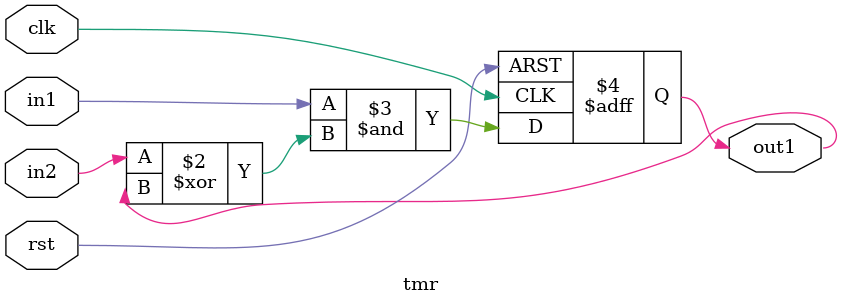
<source format=v>
module tmr(in1, in2, out1, clk, rst);
  input in1,in2,clk,rst;
  output reg out1;

  always @(posedge clk or posedge rst)
  begin
    if (rst)
      out1<=1'b0;
    else
      out1<= in1 & (in2 ^ out1);
  end
endmodule


</source>
